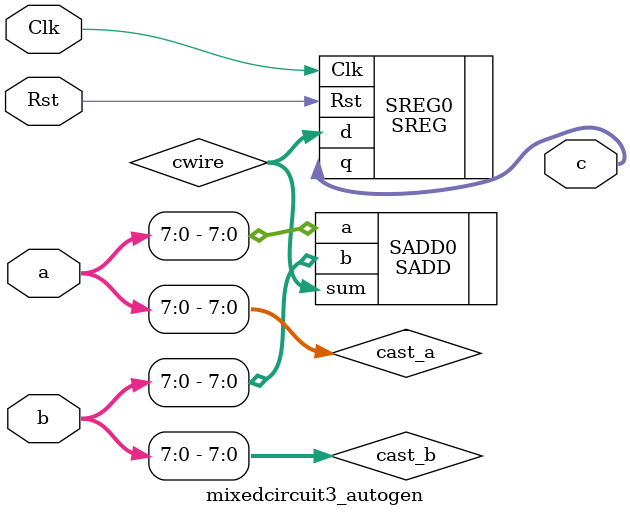
<source format=v>
`timescale 1ns/1ns

module mixedcircuit3_autogen(a, b, c, Clk, Rst);

    input signed [31:0] a;
    input [15:0] b;
    input Clk;
    input Rst;

    output signed [7:0] c;

    wire signed [7:0] cwire;
    wire signed [7:0] cast_a;
    wire signed [7:0] cast_b;

    assign cast_a = a[7:0];
    assign cast_b = $signed(b[7:0]);

    SADD #(.DATAWIDTH(8)) SADD0(.a(cast_a), .b(cast_b), .sum(cwire));
    SREG #(.DATAWIDTH(8)) SREG0(.Clk(Clk), .Rst(Rst), .d(cwire), .q(c));

endmodule

</source>
